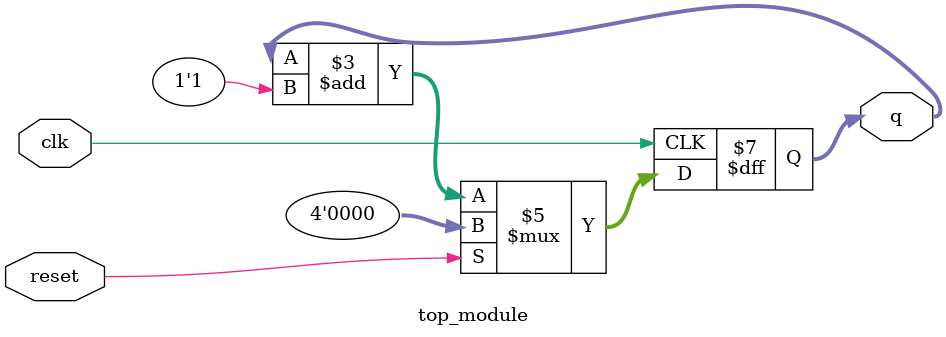
<source format=v>
module top_module (
    input clk,
    input reset,      // Synchronous active-high reset
    output reg [3:0] q);
    
    always @ (posedge clk)
        begin
            if (reset == 1'b1)
               q <= 4'b0;
            else
                q <= q +1'b1;
        end

endmodule

</source>
